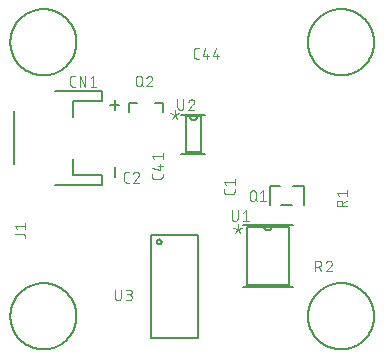
<source format=gbr>
G04 EAGLE Gerber RS-274X export*
G75*
%MOMM*%
%FSLAX34Y34*%
%LPD*%
%INSilkscreen Top*%
%IPPOS*%
%AMOC8*
5,1,8,0,0,1.08239X$1,22.5*%
G01*
%ADD10C,0.200000*%
%ADD11C,0.101600*%
%ADD12C,0.152400*%
%ADD13C,0.076200*%
%ADD14C,0.203200*%
%ADD15C,0.127000*%
%ADD16C,0.177800*%


D10*
X253000Y261000D02*
X253008Y261687D01*
X253034Y262374D01*
X253076Y263060D01*
X253135Y263744D01*
X253211Y264427D01*
X253303Y265108D01*
X253412Y265787D01*
X253538Y266463D01*
X253680Y267135D01*
X253839Y267803D01*
X254014Y268468D01*
X254206Y269128D01*
X254413Y269783D01*
X254637Y270433D01*
X254876Y271077D01*
X255131Y271715D01*
X255402Y272347D01*
X255688Y272972D01*
X255990Y273589D01*
X256306Y274199D01*
X256638Y274801D01*
X256984Y275395D01*
X257344Y275980D01*
X257719Y276556D01*
X258108Y277123D01*
X258510Y277680D01*
X258926Y278226D01*
X259356Y278763D01*
X259798Y279289D01*
X260253Y279804D01*
X260721Y280307D01*
X261201Y280799D01*
X261693Y281279D01*
X262196Y281747D01*
X262711Y282202D01*
X263237Y282644D01*
X263774Y283074D01*
X264320Y283490D01*
X264877Y283892D01*
X265444Y284281D01*
X266020Y284656D01*
X266605Y285016D01*
X267199Y285362D01*
X267801Y285694D01*
X268411Y286010D01*
X269028Y286312D01*
X269653Y286598D01*
X270285Y286869D01*
X270923Y287124D01*
X271567Y287363D01*
X272217Y287587D01*
X272872Y287794D01*
X273532Y287986D01*
X274197Y288161D01*
X274865Y288320D01*
X275537Y288462D01*
X276213Y288588D01*
X276892Y288697D01*
X277573Y288789D01*
X278256Y288865D01*
X278940Y288924D01*
X279626Y288966D01*
X280313Y288992D01*
X281000Y289000D01*
X281687Y288992D01*
X282374Y288966D01*
X283060Y288924D01*
X283744Y288865D01*
X284427Y288789D01*
X285108Y288697D01*
X285787Y288588D01*
X286463Y288462D01*
X287135Y288320D01*
X287803Y288161D01*
X288468Y287986D01*
X289128Y287794D01*
X289783Y287587D01*
X290433Y287363D01*
X291077Y287124D01*
X291715Y286869D01*
X292347Y286598D01*
X292972Y286312D01*
X293589Y286010D01*
X294199Y285694D01*
X294801Y285362D01*
X295395Y285016D01*
X295980Y284656D01*
X296556Y284281D01*
X297123Y283892D01*
X297680Y283490D01*
X298226Y283074D01*
X298763Y282644D01*
X299289Y282202D01*
X299804Y281747D01*
X300307Y281279D01*
X300799Y280799D01*
X301279Y280307D01*
X301747Y279804D01*
X302202Y279289D01*
X302644Y278763D01*
X303074Y278226D01*
X303490Y277680D01*
X303892Y277123D01*
X304281Y276556D01*
X304656Y275980D01*
X305016Y275395D01*
X305362Y274801D01*
X305694Y274199D01*
X306010Y273589D01*
X306312Y272972D01*
X306598Y272347D01*
X306869Y271715D01*
X307124Y271077D01*
X307363Y270433D01*
X307587Y269783D01*
X307794Y269128D01*
X307986Y268468D01*
X308161Y267803D01*
X308320Y267135D01*
X308462Y266463D01*
X308588Y265787D01*
X308697Y265108D01*
X308789Y264427D01*
X308865Y263744D01*
X308924Y263060D01*
X308966Y262374D01*
X308992Y261687D01*
X309000Y261000D01*
X308992Y260313D01*
X308966Y259626D01*
X308924Y258940D01*
X308865Y258256D01*
X308789Y257573D01*
X308697Y256892D01*
X308588Y256213D01*
X308462Y255537D01*
X308320Y254865D01*
X308161Y254197D01*
X307986Y253532D01*
X307794Y252872D01*
X307587Y252217D01*
X307363Y251567D01*
X307124Y250923D01*
X306869Y250285D01*
X306598Y249653D01*
X306312Y249028D01*
X306010Y248411D01*
X305694Y247801D01*
X305362Y247199D01*
X305016Y246605D01*
X304656Y246020D01*
X304281Y245444D01*
X303892Y244877D01*
X303490Y244320D01*
X303074Y243774D01*
X302644Y243237D01*
X302202Y242711D01*
X301747Y242196D01*
X301279Y241693D01*
X300799Y241201D01*
X300307Y240721D01*
X299804Y240253D01*
X299289Y239798D01*
X298763Y239356D01*
X298226Y238926D01*
X297680Y238510D01*
X297123Y238108D01*
X296556Y237719D01*
X295980Y237344D01*
X295395Y236984D01*
X294801Y236638D01*
X294199Y236306D01*
X293589Y235990D01*
X292972Y235688D01*
X292347Y235402D01*
X291715Y235131D01*
X291077Y234876D01*
X290433Y234637D01*
X289783Y234413D01*
X289128Y234206D01*
X288468Y234014D01*
X287803Y233839D01*
X287135Y233680D01*
X286463Y233538D01*
X285787Y233412D01*
X285108Y233303D01*
X284427Y233211D01*
X283744Y233135D01*
X283060Y233076D01*
X282374Y233034D01*
X281687Y233008D01*
X281000Y233000D01*
X280313Y233008D01*
X279626Y233034D01*
X278940Y233076D01*
X278256Y233135D01*
X277573Y233211D01*
X276892Y233303D01*
X276213Y233412D01*
X275537Y233538D01*
X274865Y233680D01*
X274197Y233839D01*
X273532Y234014D01*
X272872Y234206D01*
X272217Y234413D01*
X271567Y234637D01*
X270923Y234876D01*
X270285Y235131D01*
X269653Y235402D01*
X269028Y235688D01*
X268411Y235990D01*
X267801Y236306D01*
X267199Y236638D01*
X266605Y236984D01*
X266020Y237344D01*
X265444Y237719D01*
X264877Y238108D01*
X264320Y238510D01*
X263774Y238926D01*
X263237Y239356D01*
X262711Y239798D01*
X262196Y240253D01*
X261693Y240721D01*
X261201Y241201D01*
X260721Y241693D01*
X260253Y242196D01*
X259798Y242711D01*
X259356Y243237D01*
X258926Y243774D01*
X258510Y244320D01*
X258108Y244877D01*
X257719Y245444D01*
X257344Y246020D01*
X256984Y246605D01*
X256638Y247199D01*
X256306Y247801D01*
X255990Y248411D01*
X255688Y249028D01*
X255402Y249653D01*
X255131Y250285D01*
X254876Y250923D01*
X254637Y251567D01*
X254413Y252217D01*
X254206Y252872D01*
X254014Y253532D01*
X253839Y254197D01*
X253680Y254865D01*
X253538Y255537D01*
X253412Y256213D01*
X253303Y256892D01*
X253211Y257573D01*
X253135Y258256D01*
X253076Y258940D01*
X253034Y259626D01*
X253008Y260313D01*
X253000Y261000D01*
X253000Y29000D02*
X253008Y29687D01*
X253034Y30374D01*
X253076Y31060D01*
X253135Y31744D01*
X253211Y32427D01*
X253303Y33108D01*
X253412Y33787D01*
X253538Y34463D01*
X253680Y35135D01*
X253839Y35803D01*
X254014Y36468D01*
X254206Y37128D01*
X254413Y37783D01*
X254637Y38433D01*
X254876Y39077D01*
X255131Y39715D01*
X255402Y40347D01*
X255688Y40972D01*
X255990Y41589D01*
X256306Y42199D01*
X256638Y42801D01*
X256984Y43395D01*
X257344Y43980D01*
X257719Y44556D01*
X258108Y45123D01*
X258510Y45680D01*
X258926Y46226D01*
X259356Y46763D01*
X259798Y47289D01*
X260253Y47804D01*
X260721Y48307D01*
X261201Y48799D01*
X261693Y49279D01*
X262196Y49747D01*
X262711Y50202D01*
X263237Y50644D01*
X263774Y51074D01*
X264320Y51490D01*
X264877Y51892D01*
X265444Y52281D01*
X266020Y52656D01*
X266605Y53016D01*
X267199Y53362D01*
X267801Y53694D01*
X268411Y54010D01*
X269028Y54312D01*
X269653Y54598D01*
X270285Y54869D01*
X270923Y55124D01*
X271567Y55363D01*
X272217Y55587D01*
X272872Y55794D01*
X273532Y55986D01*
X274197Y56161D01*
X274865Y56320D01*
X275537Y56462D01*
X276213Y56588D01*
X276892Y56697D01*
X277573Y56789D01*
X278256Y56865D01*
X278940Y56924D01*
X279626Y56966D01*
X280313Y56992D01*
X281000Y57000D01*
X281687Y56992D01*
X282374Y56966D01*
X283060Y56924D01*
X283744Y56865D01*
X284427Y56789D01*
X285108Y56697D01*
X285787Y56588D01*
X286463Y56462D01*
X287135Y56320D01*
X287803Y56161D01*
X288468Y55986D01*
X289128Y55794D01*
X289783Y55587D01*
X290433Y55363D01*
X291077Y55124D01*
X291715Y54869D01*
X292347Y54598D01*
X292972Y54312D01*
X293589Y54010D01*
X294199Y53694D01*
X294801Y53362D01*
X295395Y53016D01*
X295980Y52656D01*
X296556Y52281D01*
X297123Y51892D01*
X297680Y51490D01*
X298226Y51074D01*
X298763Y50644D01*
X299289Y50202D01*
X299804Y49747D01*
X300307Y49279D01*
X300799Y48799D01*
X301279Y48307D01*
X301747Y47804D01*
X302202Y47289D01*
X302644Y46763D01*
X303074Y46226D01*
X303490Y45680D01*
X303892Y45123D01*
X304281Y44556D01*
X304656Y43980D01*
X305016Y43395D01*
X305362Y42801D01*
X305694Y42199D01*
X306010Y41589D01*
X306312Y40972D01*
X306598Y40347D01*
X306869Y39715D01*
X307124Y39077D01*
X307363Y38433D01*
X307587Y37783D01*
X307794Y37128D01*
X307986Y36468D01*
X308161Y35803D01*
X308320Y35135D01*
X308462Y34463D01*
X308588Y33787D01*
X308697Y33108D01*
X308789Y32427D01*
X308865Y31744D01*
X308924Y31060D01*
X308966Y30374D01*
X308992Y29687D01*
X309000Y29000D01*
X308992Y28313D01*
X308966Y27626D01*
X308924Y26940D01*
X308865Y26256D01*
X308789Y25573D01*
X308697Y24892D01*
X308588Y24213D01*
X308462Y23537D01*
X308320Y22865D01*
X308161Y22197D01*
X307986Y21532D01*
X307794Y20872D01*
X307587Y20217D01*
X307363Y19567D01*
X307124Y18923D01*
X306869Y18285D01*
X306598Y17653D01*
X306312Y17028D01*
X306010Y16411D01*
X305694Y15801D01*
X305362Y15199D01*
X305016Y14605D01*
X304656Y14020D01*
X304281Y13444D01*
X303892Y12877D01*
X303490Y12320D01*
X303074Y11774D01*
X302644Y11237D01*
X302202Y10711D01*
X301747Y10196D01*
X301279Y9693D01*
X300799Y9201D01*
X300307Y8721D01*
X299804Y8253D01*
X299289Y7798D01*
X298763Y7356D01*
X298226Y6926D01*
X297680Y6510D01*
X297123Y6108D01*
X296556Y5719D01*
X295980Y5344D01*
X295395Y4984D01*
X294801Y4638D01*
X294199Y4306D01*
X293589Y3990D01*
X292972Y3688D01*
X292347Y3402D01*
X291715Y3131D01*
X291077Y2876D01*
X290433Y2637D01*
X289783Y2413D01*
X289128Y2206D01*
X288468Y2014D01*
X287803Y1839D01*
X287135Y1680D01*
X286463Y1538D01*
X285787Y1412D01*
X285108Y1303D01*
X284427Y1211D01*
X283744Y1135D01*
X283060Y1076D01*
X282374Y1034D01*
X281687Y1008D01*
X281000Y1000D01*
X280313Y1008D01*
X279626Y1034D01*
X278940Y1076D01*
X278256Y1135D01*
X277573Y1211D01*
X276892Y1303D01*
X276213Y1412D01*
X275537Y1538D01*
X274865Y1680D01*
X274197Y1839D01*
X273532Y2014D01*
X272872Y2206D01*
X272217Y2413D01*
X271567Y2637D01*
X270923Y2876D01*
X270285Y3131D01*
X269653Y3402D01*
X269028Y3688D01*
X268411Y3990D01*
X267801Y4306D01*
X267199Y4638D01*
X266605Y4984D01*
X266020Y5344D01*
X265444Y5719D01*
X264877Y6108D01*
X264320Y6510D01*
X263774Y6926D01*
X263237Y7356D01*
X262711Y7798D01*
X262196Y8253D01*
X261693Y8721D01*
X261201Y9201D01*
X260721Y9693D01*
X260253Y10196D01*
X259798Y10711D01*
X259356Y11237D01*
X258926Y11774D01*
X258510Y12320D01*
X258108Y12877D01*
X257719Y13444D01*
X257344Y14020D01*
X256984Y14605D01*
X256638Y15199D01*
X256306Y15801D01*
X255990Y16411D01*
X255688Y17028D01*
X255402Y17653D01*
X255131Y18285D01*
X254876Y18923D01*
X254637Y19567D01*
X254413Y20217D01*
X254206Y20872D01*
X254014Y21532D01*
X253839Y22197D01*
X253680Y22865D01*
X253538Y23537D01*
X253412Y24213D01*
X253303Y24892D01*
X253211Y25573D01*
X253135Y26256D01*
X253076Y26940D01*
X253034Y27626D01*
X253008Y28313D01*
X253000Y29000D01*
X1000Y261000D02*
X1008Y261687D01*
X1034Y262374D01*
X1076Y263060D01*
X1135Y263744D01*
X1211Y264427D01*
X1303Y265108D01*
X1412Y265787D01*
X1538Y266463D01*
X1680Y267135D01*
X1839Y267803D01*
X2014Y268468D01*
X2206Y269128D01*
X2413Y269783D01*
X2637Y270433D01*
X2876Y271077D01*
X3131Y271715D01*
X3402Y272347D01*
X3688Y272972D01*
X3990Y273589D01*
X4306Y274199D01*
X4638Y274801D01*
X4984Y275395D01*
X5344Y275980D01*
X5719Y276556D01*
X6108Y277123D01*
X6510Y277680D01*
X6926Y278226D01*
X7356Y278763D01*
X7798Y279289D01*
X8253Y279804D01*
X8721Y280307D01*
X9201Y280799D01*
X9693Y281279D01*
X10196Y281747D01*
X10711Y282202D01*
X11237Y282644D01*
X11774Y283074D01*
X12320Y283490D01*
X12877Y283892D01*
X13444Y284281D01*
X14020Y284656D01*
X14605Y285016D01*
X15199Y285362D01*
X15801Y285694D01*
X16411Y286010D01*
X17028Y286312D01*
X17653Y286598D01*
X18285Y286869D01*
X18923Y287124D01*
X19567Y287363D01*
X20217Y287587D01*
X20872Y287794D01*
X21532Y287986D01*
X22197Y288161D01*
X22865Y288320D01*
X23537Y288462D01*
X24213Y288588D01*
X24892Y288697D01*
X25573Y288789D01*
X26256Y288865D01*
X26940Y288924D01*
X27626Y288966D01*
X28313Y288992D01*
X29000Y289000D01*
X29687Y288992D01*
X30374Y288966D01*
X31060Y288924D01*
X31744Y288865D01*
X32427Y288789D01*
X33108Y288697D01*
X33787Y288588D01*
X34463Y288462D01*
X35135Y288320D01*
X35803Y288161D01*
X36468Y287986D01*
X37128Y287794D01*
X37783Y287587D01*
X38433Y287363D01*
X39077Y287124D01*
X39715Y286869D01*
X40347Y286598D01*
X40972Y286312D01*
X41589Y286010D01*
X42199Y285694D01*
X42801Y285362D01*
X43395Y285016D01*
X43980Y284656D01*
X44556Y284281D01*
X45123Y283892D01*
X45680Y283490D01*
X46226Y283074D01*
X46763Y282644D01*
X47289Y282202D01*
X47804Y281747D01*
X48307Y281279D01*
X48799Y280799D01*
X49279Y280307D01*
X49747Y279804D01*
X50202Y279289D01*
X50644Y278763D01*
X51074Y278226D01*
X51490Y277680D01*
X51892Y277123D01*
X52281Y276556D01*
X52656Y275980D01*
X53016Y275395D01*
X53362Y274801D01*
X53694Y274199D01*
X54010Y273589D01*
X54312Y272972D01*
X54598Y272347D01*
X54869Y271715D01*
X55124Y271077D01*
X55363Y270433D01*
X55587Y269783D01*
X55794Y269128D01*
X55986Y268468D01*
X56161Y267803D01*
X56320Y267135D01*
X56462Y266463D01*
X56588Y265787D01*
X56697Y265108D01*
X56789Y264427D01*
X56865Y263744D01*
X56924Y263060D01*
X56966Y262374D01*
X56992Y261687D01*
X57000Y261000D01*
X56992Y260313D01*
X56966Y259626D01*
X56924Y258940D01*
X56865Y258256D01*
X56789Y257573D01*
X56697Y256892D01*
X56588Y256213D01*
X56462Y255537D01*
X56320Y254865D01*
X56161Y254197D01*
X55986Y253532D01*
X55794Y252872D01*
X55587Y252217D01*
X55363Y251567D01*
X55124Y250923D01*
X54869Y250285D01*
X54598Y249653D01*
X54312Y249028D01*
X54010Y248411D01*
X53694Y247801D01*
X53362Y247199D01*
X53016Y246605D01*
X52656Y246020D01*
X52281Y245444D01*
X51892Y244877D01*
X51490Y244320D01*
X51074Y243774D01*
X50644Y243237D01*
X50202Y242711D01*
X49747Y242196D01*
X49279Y241693D01*
X48799Y241201D01*
X48307Y240721D01*
X47804Y240253D01*
X47289Y239798D01*
X46763Y239356D01*
X46226Y238926D01*
X45680Y238510D01*
X45123Y238108D01*
X44556Y237719D01*
X43980Y237344D01*
X43395Y236984D01*
X42801Y236638D01*
X42199Y236306D01*
X41589Y235990D01*
X40972Y235688D01*
X40347Y235402D01*
X39715Y235131D01*
X39077Y234876D01*
X38433Y234637D01*
X37783Y234413D01*
X37128Y234206D01*
X36468Y234014D01*
X35803Y233839D01*
X35135Y233680D01*
X34463Y233538D01*
X33787Y233412D01*
X33108Y233303D01*
X32427Y233211D01*
X31744Y233135D01*
X31060Y233076D01*
X30374Y233034D01*
X29687Y233008D01*
X29000Y233000D01*
X28313Y233008D01*
X27626Y233034D01*
X26940Y233076D01*
X26256Y233135D01*
X25573Y233211D01*
X24892Y233303D01*
X24213Y233412D01*
X23537Y233538D01*
X22865Y233680D01*
X22197Y233839D01*
X21532Y234014D01*
X20872Y234206D01*
X20217Y234413D01*
X19567Y234637D01*
X18923Y234876D01*
X18285Y235131D01*
X17653Y235402D01*
X17028Y235688D01*
X16411Y235990D01*
X15801Y236306D01*
X15199Y236638D01*
X14605Y236984D01*
X14020Y237344D01*
X13444Y237719D01*
X12877Y238108D01*
X12320Y238510D01*
X11774Y238926D01*
X11237Y239356D01*
X10711Y239798D01*
X10196Y240253D01*
X9693Y240721D01*
X9201Y241201D01*
X8721Y241693D01*
X8253Y242196D01*
X7798Y242711D01*
X7356Y243237D01*
X6926Y243774D01*
X6510Y244320D01*
X6108Y244877D01*
X5719Y245444D01*
X5344Y246020D01*
X4984Y246605D01*
X4638Y247199D01*
X4306Y247801D01*
X3990Y248411D01*
X3688Y249028D01*
X3402Y249653D01*
X3131Y250285D01*
X2876Y250923D01*
X2637Y251567D01*
X2413Y252217D01*
X2206Y252872D01*
X2014Y253532D01*
X1839Y254197D01*
X1680Y254865D01*
X1538Y255537D01*
X1412Y256213D01*
X1303Y256892D01*
X1211Y257573D01*
X1135Y258256D01*
X1076Y258940D01*
X1034Y259626D01*
X1008Y260313D01*
X1000Y261000D01*
X1000Y29000D02*
X1008Y29687D01*
X1034Y30374D01*
X1076Y31060D01*
X1135Y31744D01*
X1211Y32427D01*
X1303Y33108D01*
X1412Y33787D01*
X1538Y34463D01*
X1680Y35135D01*
X1839Y35803D01*
X2014Y36468D01*
X2206Y37128D01*
X2413Y37783D01*
X2637Y38433D01*
X2876Y39077D01*
X3131Y39715D01*
X3402Y40347D01*
X3688Y40972D01*
X3990Y41589D01*
X4306Y42199D01*
X4638Y42801D01*
X4984Y43395D01*
X5344Y43980D01*
X5719Y44556D01*
X6108Y45123D01*
X6510Y45680D01*
X6926Y46226D01*
X7356Y46763D01*
X7798Y47289D01*
X8253Y47804D01*
X8721Y48307D01*
X9201Y48799D01*
X9693Y49279D01*
X10196Y49747D01*
X10711Y50202D01*
X11237Y50644D01*
X11774Y51074D01*
X12320Y51490D01*
X12877Y51892D01*
X13444Y52281D01*
X14020Y52656D01*
X14605Y53016D01*
X15199Y53362D01*
X15801Y53694D01*
X16411Y54010D01*
X17028Y54312D01*
X17653Y54598D01*
X18285Y54869D01*
X18923Y55124D01*
X19567Y55363D01*
X20217Y55587D01*
X20872Y55794D01*
X21532Y55986D01*
X22197Y56161D01*
X22865Y56320D01*
X23537Y56462D01*
X24213Y56588D01*
X24892Y56697D01*
X25573Y56789D01*
X26256Y56865D01*
X26940Y56924D01*
X27626Y56966D01*
X28313Y56992D01*
X29000Y57000D01*
X29687Y56992D01*
X30374Y56966D01*
X31060Y56924D01*
X31744Y56865D01*
X32427Y56789D01*
X33108Y56697D01*
X33787Y56588D01*
X34463Y56462D01*
X35135Y56320D01*
X35803Y56161D01*
X36468Y55986D01*
X37128Y55794D01*
X37783Y55587D01*
X38433Y55363D01*
X39077Y55124D01*
X39715Y54869D01*
X40347Y54598D01*
X40972Y54312D01*
X41589Y54010D01*
X42199Y53694D01*
X42801Y53362D01*
X43395Y53016D01*
X43980Y52656D01*
X44556Y52281D01*
X45123Y51892D01*
X45680Y51490D01*
X46226Y51074D01*
X46763Y50644D01*
X47289Y50202D01*
X47804Y49747D01*
X48307Y49279D01*
X48799Y48799D01*
X49279Y48307D01*
X49747Y47804D01*
X50202Y47289D01*
X50644Y46763D01*
X51074Y46226D01*
X51490Y45680D01*
X51892Y45123D01*
X52281Y44556D01*
X52656Y43980D01*
X53016Y43395D01*
X53362Y42801D01*
X53694Y42199D01*
X54010Y41589D01*
X54312Y40972D01*
X54598Y40347D01*
X54869Y39715D01*
X55124Y39077D01*
X55363Y38433D01*
X55587Y37783D01*
X55794Y37128D01*
X55986Y36468D01*
X56161Y35803D01*
X56320Y35135D01*
X56462Y34463D01*
X56588Y33787D01*
X56697Y33108D01*
X56789Y32427D01*
X56865Y31744D01*
X56924Y31060D01*
X56966Y30374D01*
X56992Y29687D01*
X57000Y29000D01*
X56992Y28313D01*
X56966Y27626D01*
X56924Y26940D01*
X56865Y26256D01*
X56789Y25573D01*
X56697Y24892D01*
X56588Y24213D01*
X56462Y23537D01*
X56320Y22865D01*
X56161Y22197D01*
X55986Y21532D01*
X55794Y20872D01*
X55587Y20217D01*
X55363Y19567D01*
X55124Y18923D01*
X54869Y18285D01*
X54598Y17653D01*
X54312Y17028D01*
X54010Y16411D01*
X53694Y15801D01*
X53362Y15199D01*
X53016Y14605D01*
X52656Y14020D01*
X52281Y13444D01*
X51892Y12877D01*
X51490Y12320D01*
X51074Y11774D01*
X50644Y11237D01*
X50202Y10711D01*
X49747Y10196D01*
X49279Y9693D01*
X48799Y9201D01*
X48307Y8721D01*
X47804Y8253D01*
X47289Y7798D01*
X46763Y7356D01*
X46226Y6926D01*
X45680Y6510D01*
X45123Y6108D01*
X44556Y5719D01*
X43980Y5344D01*
X43395Y4984D01*
X42801Y4638D01*
X42199Y4306D01*
X41589Y3990D01*
X40972Y3688D01*
X40347Y3402D01*
X39715Y3131D01*
X39077Y2876D01*
X38433Y2637D01*
X37783Y2413D01*
X37128Y2206D01*
X36468Y2014D01*
X35803Y1839D01*
X35135Y1680D01*
X34463Y1538D01*
X33787Y1412D01*
X33108Y1303D01*
X32427Y1211D01*
X31744Y1135D01*
X31060Y1076D01*
X30374Y1034D01*
X29687Y1008D01*
X29000Y1000D01*
X28313Y1008D01*
X27626Y1034D01*
X26940Y1076D01*
X26256Y1135D01*
X25573Y1211D01*
X24892Y1303D01*
X24213Y1412D01*
X23537Y1538D01*
X22865Y1680D01*
X22197Y1839D01*
X21532Y2014D01*
X20872Y2206D01*
X20217Y2413D01*
X19567Y2637D01*
X18923Y2876D01*
X18285Y3131D01*
X17653Y3402D01*
X17028Y3688D01*
X16411Y3990D01*
X15801Y4306D01*
X15199Y4638D01*
X14605Y4984D01*
X14020Y5344D01*
X13444Y5719D01*
X12877Y6108D01*
X12320Y6510D01*
X11774Y6926D01*
X11237Y7356D01*
X10711Y7798D01*
X10196Y8253D01*
X9693Y8721D01*
X9201Y9201D01*
X8721Y9693D01*
X8253Y10196D01*
X7798Y10711D01*
X7356Y11237D01*
X6926Y11774D01*
X6510Y12320D01*
X6108Y12877D01*
X5719Y13444D01*
X5344Y14020D01*
X4984Y14605D01*
X4638Y15199D01*
X4306Y15801D01*
X3990Y16411D01*
X3688Y17028D01*
X3402Y17653D01*
X3131Y18285D01*
X2876Y18923D01*
X2637Y19567D01*
X2413Y20217D01*
X2206Y20872D01*
X2014Y21532D01*
X1839Y22197D01*
X1680Y22865D01*
X1538Y23537D01*
X1412Y24213D01*
X1303Y24892D01*
X1211Y25573D01*
X1135Y26256D01*
X1076Y26940D01*
X1034Y27626D01*
X1008Y28313D01*
X1000Y29000D01*
X249500Y123000D02*
X249500Y139000D01*
X220500Y139000D02*
X220500Y123000D01*
X220500Y139000D02*
X229500Y139000D01*
X230500Y123000D02*
X239500Y123000D01*
X240500Y139000D02*
X249500Y139000D01*
D11*
X203797Y132996D02*
X203797Y129004D01*
X203797Y132996D02*
X203799Y133095D01*
X203805Y133194D01*
X203815Y133293D01*
X203829Y133391D01*
X203846Y133489D01*
X203868Y133586D01*
X203893Y133682D01*
X203922Y133777D01*
X203955Y133870D01*
X203992Y133963D01*
X204032Y134053D01*
X204076Y134142D01*
X204123Y134230D01*
X204174Y134315D01*
X204228Y134398D01*
X204285Y134479D01*
X204346Y134558D01*
X204410Y134634D01*
X204476Y134708D01*
X204546Y134778D01*
X204618Y134846D01*
X204693Y134912D01*
X204770Y134974D01*
X204850Y135033D01*
X204932Y135088D01*
X205016Y135141D01*
X205103Y135190D01*
X205191Y135236D01*
X205281Y135278D01*
X205372Y135316D01*
X205465Y135351D01*
X205560Y135382D01*
X205655Y135409D01*
X205751Y135433D01*
X205849Y135452D01*
X205947Y135468D01*
X206045Y135480D01*
X206144Y135488D01*
X206243Y135492D01*
X206343Y135492D01*
X206442Y135488D01*
X206541Y135480D01*
X206639Y135468D01*
X206737Y135452D01*
X206835Y135433D01*
X206931Y135409D01*
X207026Y135382D01*
X207121Y135351D01*
X207214Y135316D01*
X207305Y135278D01*
X207395Y135236D01*
X207483Y135190D01*
X207570Y135141D01*
X207654Y135088D01*
X207736Y135033D01*
X207816Y134974D01*
X207893Y134912D01*
X207968Y134846D01*
X208040Y134778D01*
X208110Y134708D01*
X208176Y134634D01*
X208240Y134558D01*
X208301Y134479D01*
X208358Y134398D01*
X208412Y134315D01*
X208463Y134230D01*
X208510Y134142D01*
X208554Y134053D01*
X208594Y133963D01*
X208631Y133870D01*
X208664Y133777D01*
X208693Y133682D01*
X208718Y133586D01*
X208740Y133489D01*
X208757Y133391D01*
X208771Y133293D01*
X208781Y133194D01*
X208787Y133095D01*
X208789Y132996D01*
X208788Y132996D02*
X208788Y129004D01*
X208789Y129004D02*
X208787Y128905D01*
X208781Y128806D01*
X208771Y128707D01*
X208757Y128609D01*
X208740Y128511D01*
X208718Y128414D01*
X208693Y128318D01*
X208664Y128223D01*
X208631Y128130D01*
X208594Y128037D01*
X208554Y127947D01*
X208510Y127858D01*
X208463Y127770D01*
X208412Y127685D01*
X208358Y127602D01*
X208301Y127521D01*
X208240Y127442D01*
X208176Y127366D01*
X208110Y127292D01*
X208040Y127222D01*
X207968Y127154D01*
X207893Y127088D01*
X207816Y127026D01*
X207736Y126967D01*
X207654Y126912D01*
X207570Y126859D01*
X207483Y126810D01*
X207395Y126764D01*
X207305Y126722D01*
X207214Y126684D01*
X207121Y126649D01*
X207026Y126618D01*
X206931Y126591D01*
X206835Y126567D01*
X206737Y126548D01*
X206639Y126532D01*
X206541Y126520D01*
X206442Y126512D01*
X206343Y126508D01*
X206243Y126508D01*
X206144Y126512D01*
X206045Y126520D01*
X205947Y126532D01*
X205849Y126548D01*
X205751Y126567D01*
X205655Y126591D01*
X205560Y126618D01*
X205465Y126649D01*
X205372Y126684D01*
X205281Y126722D01*
X205191Y126764D01*
X205103Y126810D01*
X205016Y126859D01*
X204932Y126912D01*
X204850Y126967D01*
X204770Y127026D01*
X204693Y127088D01*
X204618Y127154D01*
X204546Y127222D01*
X204476Y127292D01*
X204410Y127366D01*
X204346Y127442D01*
X204285Y127521D01*
X204228Y127602D01*
X204174Y127685D01*
X204123Y127770D01*
X204076Y127858D01*
X204032Y127947D01*
X203992Y128037D01*
X203955Y128130D01*
X203922Y128223D01*
X203893Y128318D01*
X203868Y128414D01*
X203846Y128511D01*
X203829Y128609D01*
X203815Y128707D01*
X203805Y128806D01*
X203799Y128905D01*
X203797Y129004D01*
X207790Y128504D02*
X209786Y126508D01*
X212501Y133496D02*
X214996Y135492D01*
X214996Y126508D01*
X212501Y126508D02*
X217492Y126508D01*
D12*
X201188Y55108D02*
X236812Y55108D01*
X236812Y104892D01*
X215952Y104892D01*
X201188Y104892D01*
X201188Y55108D01*
X215952Y104892D02*
X215958Y104783D01*
X215968Y104675D01*
X215983Y104567D01*
X216001Y104459D01*
X216023Y104353D01*
X216048Y104247D01*
X216078Y104142D01*
X216111Y104038D01*
X216148Y103936D01*
X216188Y103835D01*
X216232Y103735D01*
X216280Y103637D01*
X216331Y103541D01*
X216385Y103447D01*
X216443Y103354D01*
X216504Y103264D01*
X216568Y103176D01*
X216636Y103091D01*
X216706Y103007D01*
X216779Y102927D01*
X216855Y102849D01*
X216934Y102774D01*
X217016Y102701D01*
X217100Y102632D01*
X217186Y102566D01*
X217275Y102503D01*
X217366Y102443D01*
X217459Y102386D01*
X217554Y102333D01*
X217651Y102283D01*
X217749Y102236D01*
X217849Y102193D01*
X217951Y102154D01*
X218054Y102118D01*
X218158Y102087D01*
X218263Y102058D01*
X218369Y102034D01*
X218476Y102013D01*
X218584Y101997D01*
X218692Y101984D01*
X218800Y101975D01*
X218909Y101969D01*
X219018Y101968D01*
X219127Y101971D01*
X219236Y101977D01*
X219344Y101987D01*
X219452Y102002D01*
X219560Y102020D01*
X219666Y102042D01*
X219772Y102067D01*
X219877Y102097D01*
X219981Y102130D01*
X220083Y102167D01*
X220184Y102207D01*
X220284Y102251D01*
X220382Y102299D01*
X220478Y102350D01*
X220572Y102404D01*
X220665Y102462D01*
X220755Y102523D01*
X220843Y102587D01*
X220928Y102655D01*
X221012Y102725D01*
X221092Y102798D01*
X221170Y102874D01*
X221245Y102953D01*
X221318Y103035D01*
X221387Y103119D01*
X221453Y103205D01*
X221516Y103294D01*
X221576Y103385D01*
X221633Y103478D01*
X221686Y103573D01*
X221736Y103670D01*
X221783Y103768D01*
X221826Y103868D01*
X221865Y103970D01*
X221901Y104073D01*
X221932Y104177D01*
X221961Y104282D01*
X221985Y104388D01*
X222006Y104495D01*
X222022Y104603D01*
X222035Y104711D01*
X222044Y104819D01*
X222050Y104928D01*
X222051Y105037D01*
X222048Y105146D01*
X240336Y53584D02*
X197664Y53584D01*
X197664Y106416D02*
X240336Y106416D01*
D13*
X193469Y106671D02*
X193469Y102692D01*
X195790Y99707D01*
X193469Y102692D02*
X191147Y99707D01*
X193469Y102692D02*
X197116Y104018D01*
X193469Y102692D02*
X189821Y104018D01*
D11*
X188508Y112004D02*
X188508Y118492D01*
X188508Y112004D02*
X188510Y111905D01*
X188516Y111806D01*
X188526Y111707D01*
X188540Y111609D01*
X188557Y111511D01*
X188579Y111414D01*
X188604Y111318D01*
X188633Y111223D01*
X188666Y111130D01*
X188703Y111037D01*
X188743Y110947D01*
X188787Y110858D01*
X188834Y110770D01*
X188885Y110685D01*
X188939Y110602D01*
X188996Y110521D01*
X189057Y110442D01*
X189121Y110366D01*
X189187Y110292D01*
X189257Y110222D01*
X189329Y110154D01*
X189404Y110088D01*
X189481Y110026D01*
X189561Y109967D01*
X189643Y109912D01*
X189727Y109859D01*
X189814Y109810D01*
X189902Y109764D01*
X189992Y109722D01*
X190083Y109684D01*
X190176Y109649D01*
X190271Y109618D01*
X190366Y109591D01*
X190462Y109567D01*
X190560Y109548D01*
X190658Y109532D01*
X190756Y109520D01*
X190855Y109512D01*
X190954Y109508D01*
X191054Y109508D01*
X191153Y109512D01*
X191252Y109520D01*
X191350Y109532D01*
X191448Y109548D01*
X191546Y109567D01*
X191642Y109591D01*
X191737Y109618D01*
X191832Y109649D01*
X191925Y109684D01*
X192016Y109722D01*
X192106Y109764D01*
X192194Y109810D01*
X192281Y109859D01*
X192365Y109912D01*
X192447Y109967D01*
X192527Y110026D01*
X192604Y110088D01*
X192679Y110154D01*
X192751Y110222D01*
X192821Y110292D01*
X192887Y110366D01*
X192951Y110442D01*
X193012Y110521D01*
X193069Y110602D01*
X193123Y110685D01*
X193174Y110770D01*
X193221Y110858D01*
X193265Y110947D01*
X193305Y111037D01*
X193342Y111130D01*
X193375Y111223D01*
X193404Y111318D01*
X193429Y111414D01*
X193451Y111511D01*
X193468Y111609D01*
X193482Y111707D01*
X193492Y111806D01*
X193498Y111905D01*
X193500Y112004D01*
X193499Y112004D02*
X193499Y118492D01*
X197808Y116496D02*
X200304Y118492D01*
X200304Y109508D01*
X202799Y109508D02*
X197808Y109508D01*
X259158Y75842D02*
X259158Y66858D01*
X259158Y75842D02*
X261654Y75842D01*
X261753Y75840D01*
X261852Y75834D01*
X261951Y75824D01*
X262049Y75810D01*
X262147Y75793D01*
X262244Y75771D01*
X262340Y75746D01*
X262435Y75717D01*
X262528Y75684D01*
X262621Y75647D01*
X262711Y75607D01*
X262800Y75563D01*
X262888Y75516D01*
X262973Y75465D01*
X263056Y75411D01*
X263137Y75354D01*
X263216Y75293D01*
X263292Y75229D01*
X263366Y75163D01*
X263436Y75093D01*
X263504Y75021D01*
X263570Y74946D01*
X263632Y74869D01*
X263691Y74789D01*
X263746Y74707D01*
X263799Y74623D01*
X263848Y74536D01*
X263894Y74448D01*
X263936Y74358D01*
X263974Y74267D01*
X264009Y74174D01*
X264040Y74079D01*
X264067Y73984D01*
X264091Y73888D01*
X264110Y73790D01*
X264126Y73692D01*
X264138Y73594D01*
X264146Y73495D01*
X264150Y73396D01*
X264150Y73296D01*
X264146Y73197D01*
X264138Y73098D01*
X264126Y73000D01*
X264110Y72902D01*
X264091Y72804D01*
X264067Y72708D01*
X264040Y72613D01*
X264009Y72518D01*
X263974Y72425D01*
X263936Y72334D01*
X263894Y72244D01*
X263848Y72156D01*
X263799Y72069D01*
X263746Y71985D01*
X263691Y71903D01*
X263632Y71823D01*
X263570Y71746D01*
X263504Y71671D01*
X263436Y71599D01*
X263366Y71529D01*
X263292Y71463D01*
X263216Y71399D01*
X263137Y71338D01*
X263056Y71281D01*
X262973Y71227D01*
X262888Y71176D01*
X262800Y71129D01*
X262711Y71085D01*
X262621Y71045D01*
X262528Y71008D01*
X262435Y70975D01*
X262340Y70946D01*
X262244Y70921D01*
X262147Y70899D01*
X262049Y70882D01*
X261951Y70868D01*
X261852Y70858D01*
X261753Y70852D01*
X261654Y70850D01*
X261654Y70851D02*
X259158Y70851D01*
X262153Y70851D02*
X264149Y66858D01*
X273083Y73596D02*
X273081Y73689D01*
X273075Y73781D01*
X273066Y73874D01*
X273052Y73966D01*
X273035Y74057D01*
X273014Y74147D01*
X272990Y74237D01*
X272961Y74325D01*
X272929Y74412D01*
X272894Y74498D01*
X272855Y74582D01*
X272812Y74665D01*
X272766Y74746D01*
X272717Y74824D01*
X272665Y74901D01*
X272609Y74976D01*
X272551Y75048D01*
X272489Y75117D01*
X272425Y75184D01*
X272358Y75248D01*
X272289Y75310D01*
X272217Y75368D01*
X272142Y75424D01*
X272065Y75476D01*
X271987Y75525D01*
X271906Y75571D01*
X271823Y75614D01*
X271739Y75653D01*
X271653Y75688D01*
X271566Y75720D01*
X271478Y75749D01*
X271388Y75773D01*
X271298Y75794D01*
X271207Y75811D01*
X271115Y75825D01*
X271022Y75834D01*
X270930Y75840D01*
X270837Y75842D01*
X270837Y75843D02*
X270730Y75841D01*
X270624Y75835D01*
X270517Y75825D01*
X270412Y75811D01*
X270306Y75794D01*
X270202Y75772D01*
X270098Y75747D01*
X269995Y75718D01*
X269894Y75685D01*
X269794Y75648D01*
X269695Y75607D01*
X269598Y75563D01*
X269502Y75516D01*
X269408Y75465D01*
X269317Y75410D01*
X269227Y75352D01*
X269140Y75291D01*
X269054Y75227D01*
X268972Y75159D01*
X268892Y75089D01*
X268814Y75015D01*
X268739Y74939D01*
X268667Y74860D01*
X268599Y74779D01*
X268533Y74695D01*
X268470Y74608D01*
X268411Y74520D01*
X268354Y74429D01*
X268302Y74336D01*
X268252Y74241D01*
X268207Y74145D01*
X268165Y74047D01*
X268126Y73947D01*
X268091Y73846D01*
X272335Y71849D02*
X272405Y71918D01*
X272471Y71989D01*
X272535Y72063D01*
X272595Y72140D01*
X272653Y72219D01*
X272707Y72300D01*
X272757Y72384D01*
X272805Y72469D01*
X272849Y72557D01*
X272889Y72646D01*
X272926Y72736D01*
X272959Y72828D01*
X272988Y72921D01*
X273013Y73016D01*
X273035Y73111D01*
X273052Y73207D01*
X273066Y73304D01*
X273076Y73401D01*
X273082Y73498D01*
X273084Y73596D01*
X272335Y71849D02*
X268092Y66858D01*
X273083Y66858D01*
D10*
X160000Y97550D02*
X120000Y97550D01*
X160000Y97550D02*
X160000Y10450D01*
X120000Y10450D01*
X120000Y97550D01*
X125000Y92000D02*
X125002Y92089D01*
X125008Y92178D01*
X125018Y92267D01*
X125032Y92355D01*
X125049Y92442D01*
X125071Y92528D01*
X125097Y92614D01*
X125126Y92698D01*
X125159Y92781D01*
X125195Y92862D01*
X125236Y92942D01*
X125279Y93019D01*
X125326Y93095D01*
X125377Y93168D01*
X125430Y93239D01*
X125487Y93308D01*
X125547Y93374D01*
X125610Y93438D01*
X125675Y93498D01*
X125743Y93556D01*
X125814Y93610D01*
X125887Y93661D01*
X125962Y93709D01*
X126039Y93754D01*
X126118Y93795D01*
X126199Y93832D01*
X126281Y93866D01*
X126365Y93897D01*
X126450Y93923D01*
X126536Y93946D01*
X126623Y93964D01*
X126711Y93979D01*
X126800Y93990D01*
X126889Y93997D01*
X126978Y94000D01*
X127067Y93999D01*
X127156Y93994D01*
X127244Y93985D01*
X127333Y93972D01*
X127420Y93955D01*
X127507Y93935D01*
X127593Y93910D01*
X127677Y93882D01*
X127760Y93850D01*
X127842Y93814D01*
X127922Y93775D01*
X128000Y93732D01*
X128076Y93686D01*
X128150Y93636D01*
X128222Y93583D01*
X128291Y93527D01*
X128358Y93468D01*
X128422Y93406D01*
X128483Y93342D01*
X128542Y93274D01*
X128597Y93204D01*
X128649Y93132D01*
X128698Y93057D01*
X128743Y92981D01*
X128785Y92902D01*
X128823Y92822D01*
X128858Y92740D01*
X128889Y92656D01*
X128917Y92571D01*
X128940Y92485D01*
X128960Y92398D01*
X128976Y92311D01*
X128988Y92222D01*
X128996Y92134D01*
X129000Y92045D01*
X129000Y91955D01*
X128996Y91866D01*
X128988Y91778D01*
X128976Y91689D01*
X128960Y91602D01*
X128940Y91515D01*
X128917Y91429D01*
X128889Y91344D01*
X128858Y91260D01*
X128823Y91178D01*
X128785Y91098D01*
X128743Y91019D01*
X128698Y90943D01*
X128649Y90868D01*
X128597Y90796D01*
X128542Y90726D01*
X128483Y90658D01*
X128422Y90594D01*
X128358Y90532D01*
X128291Y90473D01*
X128222Y90417D01*
X128150Y90364D01*
X128076Y90314D01*
X128000Y90268D01*
X127922Y90225D01*
X127842Y90186D01*
X127760Y90150D01*
X127677Y90118D01*
X127593Y90090D01*
X127507Y90065D01*
X127420Y90045D01*
X127333Y90028D01*
X127244Y90015D01*
X127156Y90006D01*
X127067Y90001D01*
X126978Y90000D01*
X126889Y90003D01*
X126800Y90010D01*
X126711Y90021D01*
X126623Y90036D01*
X126536Y90054D01*
X126450Y90077D01*
X126365Y90103D01*
X126281Y90134D01*
X126199Y90168D01*
X126118Y90205D01*
X126039Y90246D01*
X125962Y90291D01*
X125887Y90339D01*
X125814Y90390D01*
X125743Y90444D01*
X125675Y90502D01*
X125610Y90562D01*
X125547Y90626D01*
X125487Y90692D01*
X125430Y90761D01*
X125377Y90832D01*
X125326Y90905D01*
X125279Y90981D01*
X125236Y91058D01*
X125195Y91138D01*
X125159Y91219D01*
X125126Y91302D01*
X125097Y91386D01*
X125071Y91472D01*
X125049Y91558D01*
X125032Y91645D01*
X125018Y91733D01*
X125008Y91822D01*
X125002Y91911D01*
X125000Y92000D01*
D11*
X89508Y51492D02*
X89508Y45004D01*
X89510Y44905D01*
X89516Y44806D01*
X89526Y44707D01*
X89540Y44609D01*
X89557Y44511D01*
X89579Y44414D01*
X89604Y44318D01*
X89633Y44223D01*
X89666Y44130D01*
X89703Y44037D01*
X89743Y43947D01*
X89787Y43858D01*
X89834Y43770D01*
X89885Y43685D01*
X89939Y43602D01*
X89996Y43521D01*
X90057Y43442D01*
X90121Y43366D01*
X90187Y43292D01*
X90257Y43222D01*
X90329Y43154D01*
X90404Y43088D01*
X90481Y43026D01*
X90561Y42967D01*
X90643Y42912D01*
X90727Y42859D01*
X90814Y42810D01*
X90902Y42764D01*
X90992Y42722D01*
X91083Y42684D01*
X91176Y42649D01*
X91271Y42618D01*
X91366Y42591D01*
X91462Y42567D01*
X91560Y42548D01*
X91658Y42532D01*
X91756Y42520D01*
X91855Y42512D01*
X91954Y42508D01*
X92054Y42508D01*
X92153Y42512D01*
X92252Y42520D01*
X92350Y42532D01*
X92448Y42548D01*
X92546Y42567D01*
X92642Y42591D01*
X92737Y42618D01*
X92832Y42649D01*
X92925Y42684D01*
X93016Y42722D01*
X93106Y42764D01*
X93194Y42810D01*
X93281Y42859D01*
X93365Y42912D01*
X93447Y42967D01*
X93527Y43026D01*
X93604Y43088D01*
X93679Y43154D01*
X93751Y43222D01*
X93821Y43292D01*
X93887Y43366D01*
X93951Y43442D01*
X94012Y43521D01*
X94069Y43602D01*
X94123Y43685D01*
X94174Y43770D01*
X94221Y43858D01*
X94265Y43947D01*
X94305Y44037D01*
X94342Y44130D01*
X94375Y44223D01*
X94404Y44318D01*
X94429Y44414D01*
X94451Y44511D01*
X94468Y44609D01*
X94482Y44707D01*
X94492Y44806D01*
X94498Y44905D01*
X94500Y45004D01*
X94499Y45004D02*
X94499Y51492D01*
X98808Y42508D02*
X101304Y42508D01*
X101403Y42510D01*
X101502Y42516D01*
X101601Y42526D01*
X101699Y42540D01*
X101797Y42557D01*
X101894Y42579D01*
X101990Y42604D01*
X102085Y42633D01*
X102178Y42666D01*
X102271Y42703D01*
X102361Y42743D01*
X102450Y42787D01*
X102538Y42834D01*
X102623Y42885D01*
X102706Y42939D01*
X102787Y42996D01*
X102866Y43057D01*
X102942Y43121D01*
X103016Y43187D01*
X103086Y43257D01*
X103154Y43329D01*
X103220Y43404D01*
X103282Y43481D01*
X103341Y43561D01*
X103396Y43643D01*
X103449Y43727D01*
X103498Y43814D01*
X103544Y43902D01*
X103586Y43992D01*
X103624Y44083D01*
X103659Y44176D01*
X103690Y44271D01*
X103717Y44366D01*
X103741Y44462D01*
X103760Y44560D01*
X103776Y44658D01*
X103788Y44756D01*
X103796Y44855D01*
X103800Y44954D01*
X103800Y45054D01*
X103796Y45153D01*
X103788Y45252D01*
X103776Y45350D01*
X103760Y45448D01*
X103741Y45546D01*
X103717Y45642D01*
X103690Y45737D01*
X103659Y45832D01*
X103624Y45925D01*
X103586Y46016D01*
X103544Y46106D01*
X103498Y46194D01*
X103449Y46281D01*
X103396Y46365D01*
X103341Y46447D01*
X103282Y46527D01*
X103220Y46604D01*
X103154Y46679D01*
X103086Y46751D01*
X103016Y46821D01*
X102942Y46887D01*
X102866Y46951D01*
X102787Y47012D01*
X102706Y47069D01*
X102623Y47123D01*
X102538Y47174D01*
X102450Y47221D01*
X102361Y47265D01*
X102271Y47305D01*
X102178Y47342D01*
X102085Y47375D01*
X101990Y47404D01*
X101894Y47429D01*
X101797Y47451D01*
X101699Y47468D01*
X101601Y47482D01*
X101502Y47492D01*
X101403Y47498D01*
X101304Y47500D01*
X101803Y51492D02*
X98808Y51492D01*
X101803Y51492D02*
X101891Y51490D01*
X101979Y51484D01*
X102067Y51474D01*
X102154Y51461D01*
X102241Y51443D01*
X102327Y51422D01*
X102411Y51397D01*
X102495Y51368D01*
X102577Y51336D01*
X102658Y51300D01*
X102737Y51260D01*
X102814Y51217D01*
X102889Y51171D01*
X102962Y51121D01*
X103033Y51068D01*
X103101Y51012D01*
X103167Y50953D01*
X103230Y50892D01*
X103290Y50827D01*
X103348Y50760D01*
X103402Y50691D01*
X103453Y50619D01*
X103501Y50545D01*
X103546Y50468D01*
X103587Y50390D01*
X103625Y50311D01*
X103659Y50229D01*
X103690Y50146D01*
X103717Y50062D01*
X103740Y49977D01*
X103760Y49891D01*
X103775Y49804D01*
X103787Y49716D01*
X103795Y49628D01*
X103799Y49540D01*
X103799Y49452D01*
X103795Y49364D01*
X103787Y49276D01*
X103775Y49188D01*
X103760Y49101D01*
X103740Y49015D01*
X103717Y48930D01*
X103690Y48846D01*
X103659Y48763D01*
X103625Y48681D01*
X103587Y48602D01*
X103546Y48524D01*
X103501Y48447D01*
X103453Y48373D01*
X103402Y48301D01*
X103348Y48232D01*
X103290Y48165D01*
X103230Y48100D01*
X103167Y48039D01*
X103101Y47980D01*
X103033Y47924D01*
X102962Y47871D01*
X102889Y47821D01*
X102814Y47775D01*
X102737Y47732D01*
X102658Y47692D01*
X102577Y47656D01*
X102495Y47624D01*
X102411Y47595D01*
X102327Y47570D01*
X102241Y47549D01*
X102154Y47531D01*
X102067Y47518D01*
X101979Y47508D01*
X101891Y47502D01*
X101803Y47500D01*
X101803Y47499D02*
X99806Y47499D01*
D12*
X145840Y166490D02*
X166160Y166490D01*
X166160Y199510D02*
X145840Y199510D01*
D13*
X140185Y199278D02*
X140185Y203257D01*
X140185Y199278D02*
X142506Y196293D01*
X140185Y199278D02*
X137863Y196293D01*
X140185Y199278D02*
X143832Y200604D01*
X140185Y199278D02*
X136537Y200604D01*
D12*
X149904Y167760D02*
X162096Y167760D01*
X162096Y198240D01*
X159048Y198240D01*
X152952Y198240D01*
X149904Y198240D01*
X149904Y167760D01*
X152952Y198240D02*
X152954Y198131D01*
X152960Y198023D01*
X152969Y197914D01*
X152983Y197806D01*
X153000Y197699D01*
X153022Y197592D01*
X153047Y197486D01*
X153075Y197381D01*
X153108Y197277D01*
X153144Y197175D01*
X153184Y197074D01*
X153227Y196974D01*
X153274Y196876D01*
X153325Y196779D01*
X153379Y196685D01*
X153436Y196592D01*
X153496Y196502D01*
X153560Y196413D01*
X153627Y196327D01*
X153696Y196244D01*
X153769Y196163D01*
X153845Y196085D01*
X153923Y196009D01*
X154004Y195936D01*
X154087Y195867D01*
X154173Y195800D01*
X154262Y195736D01*
X154352Y195676D01*
X154445Y195619D01*
X154539Y195565D01*
X154636Y195514D01*
X154734Y195467D01*
X154834Y195424D01*
X154935Y195384D01*
X155037Y195348D01*
X155141Y195315D01*
X155246Y195287D01*
X155352Y195262D01*
X155459Y195240D01*
X155566Y195223D01*
X155674Y195209D01*
X155783Y195200D01*
X155891Y195194D01*
X156000Y195192D01*
X156109Y195194D01*
X156217Y195200D01*
X156326Y195209D01*
X156434Y195223D01*
X156541Y195240D01*
X156648Y195262D01*
X156754Y195287D01*
X156859Y195315D01*
X156963Y195348D01*
X157065Y195384D01*
X157166Y195424D01*
X157266Y195467D01*
X157364Y195514D01*
X157461Y195565D01*
X157555Y195619D01*
X157648Y195676D01*
X157738Y195736D01*
X157827Y195800D01*
X157913Y195867D01*
X157996Y195936D01*
X158077Y196009D01*
X158155Y196085D01*
X158231Y196163D01*
X158304Y196244D01*
X158373Y196327D01*
X158440Y196413D01*
X158504Y196502D01*
X158564Y196592D01*
X158621Y196685D01*
X158675Y196779D01*
X158726Y196876D01*
X158773Y196974D01*
X158816Y197074D01*
X158856Y197175D01*
X158892Y197277D01*
X158925Y197381D01*
X158953Y197486D01*
X158978Y197592D01*
X159000Y197699D01*
X159017Y197806D01*
X159031Y197914D01*
X159040Y198023D01*
X159046Y198131D01*
X159048Y198240D01*
D11*
X142508Y206004D02*
X142508Y212492D01*
X142508Y206004D02*
X142510Y205905D01*
X142516Y205806D01*
X142526Y205707D01*
X142540Y205609D01*
X142557Y205511D01*
X142579Y205414D01*
X142604Y205318D01*
X142633Y205223D01*
X142666Y205130D01*
X142703Y205037D01*
X142743Y204947D01*
X142787Y204858D01*
X142834Y204770D01*
X142885Y204685D01*
X142939Y204602D01*
X142996Y204521D01*
X143057Y204442D01*
X143121Y204366D01*
X143187Y204292D01*
X143257Y204222D01*
X143329Y204154D01*
X143404Y204088D01*
X143481Y204026D01*
X143561Y203967D01*
X143643Y203912D01*
X143727Y203859D01*
X143814Y203810D01*
X143902Y203764D01*
X143992Y203722D01*
X144083Y203684D01*
X144176Y203649D01*
X144271Y203618D01*
X144366Y203591D01*
X144462Y203567D01*
X144560Y203548D01*
X144658Y203532D01*
X144756Y203520D01*
X144855Y203512D01*
X144954Y203508D01*
X145054Y203508D01*
X145153Y203512D01*
X145252Y203520D01*
X145350Y203532D01*
X145448Y203548D01*
X145546Y203567D01*
X145642Y203591D01*
X145737Y203618D01*
X145832Y203649D01*
X145925Y203684D01*
X146016Y203722D01*
X146106Y203764D01*
X146194Y203810D01*
X146281Y203859D01*
X146365Y203912D01*
X146447Y203967D01*
X146527Y204026D01*
X146604Y204088D01*
X146679Y204154D01*
X146751Y204222D01*
X146821Y204292D01*
X146887Y204366D01*
X146951Y204442D01*
X147012Y204521D01*
X147069Y204602D01*
X147123Y204685D01*
X147174Y204770D01*
X147221Y204858D01*
X147265Y204947D01*
X147305Y205037D01*
X147342Y205130D01*
X147375Y205223D01*
X147404Y205318D01*
X147429Y205414D01*
X147451Y205511D01*
X147468Y205609D01*
X147482Y205707D01*
X147492Y205806D01*
X147498Y205905D01*
X147500Y206004D01*
X147499Y206004D02*
X147499Y212492D01*
X154553Y212492D02*
X154646Y212490D01*
X154738Y212484D01*
X154831Y212475D01*
X154923Y212461D01*
X155014Y212444D01*
X155104Y212423D01*
X155194Y212399D01*
X155282Y212370D01*
X155369Y212338D01*
X155455Y212303D01*
X155539Y212264D01*
X155622Y212221D01*
X155703Y212175D01*
X155781Y212126D01*
X155858Y212074D01*
X155933Y212018D01*
X156005Y211960D01*
X156074Y211898D01*
X156141Y211834D01*
X156205Y211767D01*
X156267Y211698D01*
X156325Y211626D01*
X156381Y211551D01*
X156433Y211474D01*
X156482Y211396D01*
X156528Y211315D01*
X156571Y211232D01*
X156610Y211148D01*
X156645Y211062D01*
X156677Y210975D01*
X156706Y210887D01*
X156730Y210797D01*
X156751Y210707D01*
X156768Y210616D01*
X156782Y210524D01*
X156791Y210431D01*
X156797Y210339D01*
X156799Y210246D01*
X154553Y212493D02*
X154446Y212491D01*
X154340Y212485D01*
X154233Y212475D01*
X154128Y212461D01*
X154022Y212444D01*
X153918Y212422D01*
X153814Y212397D01*
X153711Y212368D01*
X153610Y212335D01*
X153510Y212298D01*
X153411Y212257D01*
X153314Y212213D01*
X153218Y212166D01*
X153124Y212115D01*
X153033Y212060D01*
X152943Y212002D01*
X152856Y211941D01*
X152770Y211877D01*
X152688Y211809D01*
X152608Y211739D01*
X152530Y211665D01*
X152455Y211589D01*
X152383Y211510D01*
X152315Y211429D01*
X152249Y211345D01*
X152186Y211258D01*
X152127Y211170D01*
X152070Y211079D01*
X152018Y210986D01*
X151968Y210891D01*
X151923Y210795D01*
X151881Y210697D01*
X151842Y210597D01*
X151807Y210496D01*
X156051Y208499D02*
X156121Y208568D01*
X156187Y208639D01*
X156251Y208713D01*
X156311Y208790D01*
X156369Y208869D01*
X156423Y208950D01*
X156473Y209034D01*
X156521Y209119D01*
X156565Y209207D01*
X156605Y209296D01*
X156642Y209386D01*
X156675Y209478D01*
X156704Y209571D01*
X156729Y209666D01*
X156751Y209761D01*
X156768Y209857D01*
X156782Y209954D01*
X156792Y210051D01*
X156798Y210148D01*
X156800Y210246D01*
X156050Y208499D02*
X151808Y203508D01*
X156799Y203508D01*
X129842Y149314D02*
X129842Y147318D01*
X129840Y147231D01*
X129834Y147144D01*
X129825Y147057D01*
X129812Y146971D01*
X129795Y146886D01*
X129774Y146801D01*
X129750Y146718D01*
X129722Y146635D01*
X129690Y146554D01*
X129655Y146474D01*
X129616Y146396D01*
X129575Y146320D01*
X129529Y146246D01*
X129481Y146173D01*
X129430Y146103D01*
X129375Y146035D01*
X129318Y145970D01*
X129257Y145907D01*
X129194Y145846D01*
X129129Y145789D01*
X129061Y145734D01*
X128991Y145683D01*
X128918Y145635D01*
X128844Y145589D01*
X128768Y145548D01*
X128690Y145509D01*
X128610Y145474D01*
X128529Y145442D01*
X128446Y145414D01*
X128363Y145390D01*
X128278Y145369D01*
X128193Y145352D01*
X128107Y145339D01*
X128020Y145330D01*
X127933Y145324D01*
X127846Y145322D01*
X127846Y145321D02*
X122854Y145321D01*
X122767Y145323D01*
X122680Y145329D01*
X122593Y145338D01*
X122507Y145351D01*
X122422Y145368D01*
X122337Y145389D01*
X122254Y145413D01*
X122171Y145441D01*
X122090Y145473D01*
X122010Y145508D01*
X121932Y145547D01*
X121856Y145589D01*
X121781Y145634D01*
X121709Y145682D01*
X121638Y145734D01*
X121570Y145788D01*
X121505Y145846D01*
X121442Y145906D01*
X121382Y145969D01*
X121324Y146034D01*
X121270Y146102D01*
X121218Y146173D01*
X121170Y146245D01*
X121125Y146319D01*
X121083Y146396D01*
X121044Y146474D01*
X121009Y146554D01*
X120977Y146635D01*
X120949Y146717D01*
X120925Y146801D01*
X120904Y146886D01*
X120887Y146971D01*
X120874Y147057D01*
X120865Y147144D01*
X120859Y147231D01*
X120857Y147318D01*
X120858Y147318D02*
X120858Y149314D01*
X120858Y154847D02*
X127846Y152851D01*
X127846Y157842D01*
X125849Y156345D02*
X129842Y156345D01*
X122854Y161851D02*
X120858Y164346D01*
X129842Y164346D01*
X129842Y161851D02*
X129842Y166842D01*
X190842Y136314D02*
X190842Y134318D01*
X190840Y134231D01*
X190834Y134144D01*
X190825Y134057D01*
X190812Y133971D01*
X190795Y133886D01*
X190774Y133801D01*
X190750Y133718D01*
X190722Y133635D01*
X190690Y133554D01*
X190655Y133474D01*
X190616Y133396D01*
X190575Y133320D01*
X190529Y133246D01*
X190481Y133173D01*
X190430Y133103D01*
X190375Y133035D01*
X190318Y132970D01*
X190257Y132907D01*
X190194Y132846D01*
X190129Y132789D01*
X190061Y132734D01*
X189991Y132683D01*
X189918Y132635D01*
X189844Y132589D01*
X189768Y132548D01*
X189690Y132509D01*
X189610Y132474D01*
X189529Y132442D01*
X189446Y132414D01*
X189363Y132390D01*
X189278Y132369D01*
X189193Y132352D01*
X189107Y132339D01*
X189020Y132330D01*
X188933Y132324D01*
X188846Y132322D01*
X188846Y132321D02*
X183854Y132321D01*
X183767Y132323D01*
X183680Y132329D01*
X183593Y132338D01*
X183507Y132351D01*
X183422Y132368D01*
X183337Y132389D01*
X183254Y132413D01*
X183171Y132441D01*
X183090Y132473D01*
X183010Y132508D01*
X182932Y132547D01*
X182856Y132589D01*
X182781Y132634D01*
X182709Y132682D01*
X182638Y132734D01*
X182570Y132788D01*
X182505Y132846D01*
X182442Y132906D01*
X182382Y132969D01*
X182324Y133034D01*
X182270Y133102D01*
X182218Y133173D01*
X182170Y133245D01*
X182125Y133319D01*
X182083Y133396D01*
X182044Y133474D01*
X182009Y133554D01*
X181977Y133635D01*
X181949Y133717D01*
X181925Y133801D01*
X181904Y133886D01*
X181887Y133971D01*
X181874Y134057D01*
X181865Y134144D01*
X181859Y134231D01*
X181857Y134318D01*
X181858Y134318D02*
X181858Y136314D01*
X183854Y139851D02*
X181858Y142346D01*
X190842Y142346D01*
X190842Y139851D02*
X190842Y144842D01*
X160314Y247158D02*
X158318Y247158D01*
X158231Y247160D01*
X158144Y247166D01*
X158057Y247175D01*
X157971Y247188D01*
X157886Y247205D01*
X157801Y247226D01*
X157718Y247250D01*
X157635Y247278D01*
X157554Y247310D01*
X157474Y247345D01*
X157396Y247384D01*
X157320Y247425D01*
X157246Y247471D01*
X157173Y247519D01*
X157103Y247570D01*
X157035Y247625D01*
X156970Y247682D01*
X156907Y247743D01*
X156846Y247806D01*
X156789Y247871D01*
X156734Y247939D01*
X156683Y248009D01*
X156635Y248082D01*
X156589Y248156D01*
X156548Y248232D01*
X156509Y248310D01*
X156474Y248390D01*
X156442Y248471D01*
X156414Y248554D01*
X156390Y248637D01*
X156369Y248722D01*
X156352Y248807D01*
X156339Y248893D01*
X156330Y248980D01*
X156324Y249067D01*
X156322Y249154D01*
X156321Y249154D02*
X156321Y254146D01*
X156322Y254146D02*
X156324Y254233D01*
X156330Y254320D01*
X156339Y254407D01*
X156352Y254493D01*
X156369Y254578D01*
X156390Y254663D01*
X156414Y254746D01*
X156442Y254829D01*
X156474Y254910D01*
X156509Y254990D01*
X156548Y255068D01*
X156589Y255144D01*
X156635Y255218D01*
X156683Y255291D01*
X156734Y255361D01*
X156789Y255429D01*
X156846Y255494D01*
X156907Y255557D01*
X156970Y255618D01*
X157035Y255675D01*
X157103Y255730D01*
X157173Y255781D01*
X157246Y255829D01*
X157320Y255875D01*
X157396Y255916D01*
X157474Y255955D01*
X157554Y255990D01*
X157635Y256022D01*
X157718Y256050D01*
X157801Y256074D01*
X157886Y256095D01*
X157971Y256112D01*
X158057Y256125D01*
X158144Y256134D01*
X158231Y256140D01*
X158318Y256142D01*
X160314Y256142D01*
X165847Y256142D02*
X163851Y249154D01*
X168842Y249154D01*
X167345Y251151D02*
X167345Y247158D01*
X172851Y249154D02*
X174847Y256142D01*
X172851Y249154D02*
X177842Y249154D01*
X176345Y251151D02*
X176345Y247158D01*
D14*
X101776Y209604D02*
X101776Y201476D01*
X101776Y209604D02*
X108364Y209604D01*
X130224Y209604D02*
X130224Y201476D01*
X130224Y209604D02*
X123636Y209604D01*
D11*
X107505Y226006D02*
X107505Y229999D01*
X107507Y230098D01*
X107513Y230197D01*
X107523Y230296D01*
X107537Y230394D01*
X107554Y230492D01*
X107576Y230589D01*
X107601Y230685D01*
X107630Y230780D01*
X107663Y230873D01*
X107700Y230966D01*
X107740Y231056D01*
X107784Y231145D01*
X107831Y231233D01*
X107882Y231318D01*
X107936Y231401D01*
X107993Y231482D01*
X108054Y231561D01*
X108118Y231637D01*
X108184Y231711D01*
X108254Y231781D01*
X108326Y231849D01*
X108401Y231915D01*
X108478Y231977D01*
X108558Y232036D01*
X108640Y232091D01*
X108724Y232144D01*
X108811Y232193D01*
X108899Y232239D01*
X108989Y232281D01*
X109080Y232319D01*
X109173Y232354D01*
X109268Y232385D01*
X109363Y232412D01*
X109459Y232436D01*
X109557Y232455D01*
X109655Y232471D01*
X109753Y232483D01*
X109852Y232491D01*
X109951Y232495D01*
X110051Y232495D01*
X110150Y232491D01*
X110249Y232483D01*
X110347Y232471D01*
X110445Y232455D01*
X110543Y232436D01*
X110639Y232412D01*
X110734Y232385D01*
X110829Y232354D01*
X110922Y232319D01*
X111013Y232281D01*
X111103Y232239D01*
X111191Y232193D01*
X111278Y232144D01*
X111362Y232091D01*
X111444Y232036D01*
X111524Y231977D01*
X111601Y231915D01*
X111676Y231849D01*
X111748Y231781D01*
X111818Y231711D01*
X111884Y231637D01*
X111948Y231561D01*
X112009Y231482D01*
X112066Y231401D01*
X112120Y231318D01*
X112171Y231233D01*
X112218Y231145D01*
X112262Y231056D01*
X112302Y230966D01*
X112339Y230873D01*
X112372Y230780D01*
X112401Y230685D01*
X112426Y230589D01*
X112448Y230492D01*
X112465Y230394D01*
X112479Y230296D01*
X112489Y230197D01*
X112495Y230098D01*
X112497Y229999D01*
X112496Y229999D02*
X112496Y226006D01*
X112497Y226006D02*
X112495Y225907D01*
X112489Y225808D01*
X112479Y225709D01*
X112465Y225611D01*
X112448Y225513D01*
X112426Y225416D01*
X112401Y225320D01*
X112372Y225225D01*
X112339Y225132D01*
X112302Y225039D01*
X112262Y224949D01*
X112218Y224860D01*
X112171Y224772D01*
X112120Y224687D01*
X112066Y224604D01*
X112009Y224523D01*
X111948Y224444D01*
X111884Y224368D01*
X111818Y224294D01*
X111748Y224224D01*
X111676Y224156D01*
X111601Y224090D01*
X111524Y224028D01*
X111444Y223969D01*
X111362Y223914D01*
X111278Y223861D01*
X111191Y223812D01*
X111103Y223766D01*
X111013Y223724D01*
X110922Y223686D01*
X110829Y223651D01*
X110734Y223620D01*
X110639Y223593D01*
X110543Y223569D01*
X110445Y223550D01*
X110347Y223534D01*
X110249Y223522D01*
X110150Y223514D01*
X110051Y223510D01*
X109951Y223510D01*
X109852Y223514D01*
X109753Y223522D01*
X109655Y223534D01*
X109557Y223550D01*
X109459Y223569D01*
X109363Y223593D01*
X109268Y223620D01*
X109173Y223651D01*
X109080Y223686D01*
X108989Y223724D01*
X108899Y223766D01*
X108811Y223812D01*
X108724Y223861D01*
X108640Y223914D01*
X108558Y223969D01*
X108478Y224028D01*
X108401Y224090D01*
X108326Y224156D01*
X108254Y224224D01*
X108184Y224294D01*
X108118Y224368D01*
X108054Y224444D01*
X107993Y224523D01*
X107936Y224604D01*
X107882Y224687D01*
X107831Y224772D01*
X107784Y224860D01*
X107740Y224949D01*
X107700Y225039D01*
X107663Y225132D01*
X107630Y225225D01*
X107601Y225320D01*
X107576Y225416D01*
X107554Y225513D01*
X107537Y225611D01*
X107523Y225709D01*
X107513Y225808D01*
X107507Y225907D01*
X107505Y226006D01*
X111498Y225507D02*
X113495Y223511D01*
X121200Y230249D02*
X121198Y230342D01*
X121192Y230434D01*
X121183Y230527D01*
X121169Y230619D01*
X121152Y230710D01*
X121131Y230800D01*
X121107Y230890D01*
X121078Y230978D01*
X121046Y231065D01*
X121011Y231151D01*
X120972Y231235D01*
X120929Y231318D01*
X120883Y231399D01*
X120834Y231477D01*
X120782Y231554D01*
X120726Y231629D01*
X120668Y231701D01*
X120606Y231770D01*
X120542Y231837D01*
X120475Y231901D01*
X120406Y231963D01*
X120334Y232021D01*
X120259Y232077D01*
X120182Y232129D01*
X120104Y232178D01*
X120023Y232224D01*
X119940Y232267D01*
X119856Y232306D01*
X119770Y232341D01*
X119683Y232373D01*
X119595Y232402D01*
X119505Y232426D01*
X119415Y232447D01*
X119324Y232464D01*
X119232Y232478D01*
X119139Y232487D01*
X119047Y232493D01*
X118954Y232495D01*
X118847Y232493D01*
X118741Y232487D01*
X118634Y232477D01*
X118529Y232463D01*
X118423Y232446D01*
X118319Y232424D01*
X118215Y232399D01*
X118112Y232370D01*
X118011Y232337D01*
X117911Y232300D01*
X117812Y232259D01*
X117715Y232215D01*
X117619Y232168D01*
X117525Y232117D01*
X117434Y232062D01*
X117344Y232004D01*
X117257Y231943D01*
X117171Y231879D01*
X117089Y231811D01*
X117009Y231741D01*
X116931Y231667D01*
X116856Y231591D01*
X116784Y231512D01*
X116716Y231431D01*
X116650Y231347D01*
X116587Y231260D01*
X116528Y231172D01*
X116471Y231081D01*
X116419Y230988D01*
X116369Y230893D01*
X116324Y230797D01*
X116282Y230699D01*
X116243Y230599D01*
X116208Y230498D01*
X120452Y228502D02*
X120522Y228571D01*
X120588Y228642D01*
X120652Y228716D01*
X120712Y228793D01*
X120770Y228872D01*
X120824Y228953D01*
X120874Y229037D01*
X120922Y229122D01*
X120966Y229210D01*
X121006Y229299D01*
X121043Y229389D01*
X121076Y229481D01*
X121105Y229574D01*
X121130Y229669D01*
X121152Y229764D01*
X121169Y229860D01*
X121183Y229957D01*
X121193Y230054D01*
X121199Y230151D01*
X121201Y230249D01*
X120451Y228502D02*
X116209Y223511D01*
X121200Y223511D01*
D15*
X4000Y202500D02*
X4000Y157500D01*
X39000Y220000D02*
X79000Y220000D01*
X79000Y211500D01*
X54000Y211500D01*
X54000Y197500D01*
X54000Y162500D02*
X54000Y148500D01*
X79000Y148500D01*
X79000Y140000D01*
X39000Y140000D01*
D16*
X89231Y203749D02*
X89231Y212046D01*
X93380Y207898D02*
X85082Y207898D01*
X89231Y154896D02*
X89231Y146599D01*
D11*
X55764Y223408D02*
X53768Y223408D01*
X53681Y223410D01*
X53594Y223416D01*
X53507Y223425D01*
X53421Y223438D01*
X53336Y223455D01*
X53251Y223476D01*
X53168Y223500D01*
X53085Y223528D01*
X53004Y223560D01*
X52924Y223595D01*
X52846Y223634D01*
X52770Y223675D01*
X52696Y223721D01*
X52623Y223769D01*
X52553Y223820D01*
X52485Y223875D01*
X52420Y223932D01*
X52357Y223993D01*
X52296Y224056D01*
X52239Y224121D01*
X52184Y224189D01*
X52133Y224259D01*
X52085Y224332D01*
X52039Y224406D01*
X51998Y224482D01*
X51959Y224560D01*
X51924Y224640D01*
X51892Y224721D01*
X51864Y224804D01*
X51840Y224887D01*
X51819Y224972D01*
X51802Y225057D01*
X51789Y225143D01*
X51780Y225230D01*
X51774Y225317D01*
X51772Y225404D01*
X51771Y225404D02*
X51771Y230396D01*
X51772Y230396D02*
X51774Y230483D01*
X51780Y230570D01*
X51789Y230657D01*
X51802Y230743D01*
X51819Y230828D01*
X51840Y230913D01*
X51864Y230996D01*
X51892Y231079D01*
X51924Y231160D01*
X51959Y231240D01*
X51998Y231318D01*
X52039Y231394D01*
X52085Y231468D01*
X52133Y231541D01*
X52184Y231611D01*
X52239Y231679D01*
X52296Y231744D01*
X52357Y231807D01*
X52420Y231868D01*
X52485Y231925D01*
X52553Y231980D01*
X52623Y232031D01*
X52696Y232079D01*
X52770Y232125D01*
X52846Y232166D01*
X52924Y232205D01*
X53004Y232240D01*
X53085Y232272D01*
X53168Y232300D01*
X53251Y232324D01*
X53336Y232345D01*
X53421Y232362D01*
X53507Y232375D01*
X53594Y232384D01*
X53681Y232390D01*
X53768Y232392D01*
X55764Y232392D01*
X59601Y232392D02*
X59601Y223408D01*
X64592Y223408D02*
X59601Y232392D01*
X64592Y232392D02*
X64592Y223408D01*
X68901Y230396D02*
X71396Y232392D01*
X71396Y223408D01*
X68901Y223408D02*
X73892Y223408D01*
X11826Y98403D02*
X4838Y98403D01*
X11826Y98402D02*
X11913Y98400D01*
X12000Y98394D01*
X12087Y98385D01*
X12173Y98372D01*
X12258Y98355D01*
X12343Y98334D01*
X12426Y98310D01*
X12509Y98282D01*
X12590Y98250D01*
X12670Y98215D01*
X12748Y98176D01*
X12824Y98135D01*
X12898Y98089D01*
X12971Y98041D01*
X13041Y97990D01*
X13109Y97935D01*
X13174Y97878D01*
X13237Y97817D01*
X13298Y97754D01*
X13355Y97689D01*
X13410Y97621D01*
X13461Y97551D01*
X13509Y97478D01*
X13555Y97404D01*
X13596Y97328D01*
X13635Y97250D01*
X13670Y97170D01*
X13702Y97089D01*
X13730Y97006D01*
X13754Y96923D01*
X13775Y96838D01*
X13792Y96753D01*
X13805Y96667D01*
X13814Y96580D01*
X13820Y96493D01*
X13822Y96406D01*
X13822Y95408D01*
X6834Y102670D02*
X4838Y105166D01*
X13822Y105166D01*
X13822Y107661D02*
X13822Y102670D01*
X99318Y142158D02*
X101314Y142158D01*
X99318Y142158D02*
X99231Y142160D01*
X99144Y142166D01*
X99057Y142175D01*
X98971Y142188D01*
X98886Y142205D01*
X98801Y142226D01*
X98718Y142250D01*
X98635Y142278D01*
X98554Y142310D01*
X98474Y142345D01*
X98396Y142384D01*
X98320Y142425D01*
X98246Y142471D01*
X98173Y142519D01*
X98103Y142570D01*
X98035Y142625D01*
X97970Y142682D01*
X97907Y142743D01*
X97846Y142806D01*
X97789Y142871D01*
X97734Y142939D01*
X97683Y143009D01*
X97635Y143082D01*
X97589Y143156D01*
X97548Y143232D01*
X97509Y143310D01*
X97474Y143390D01*
X97442Y143471D01*
X97414Y143554D01*
X97390Y143637D01*
X97369Y143722D01*
X97352Y143807D01*
X97339Y143893D01*
X97330Y143980D01*
X97324Y144067D01*
X97322Y144154D01*
X97321Y144154D02*
X97321Y149146D01*
X97322Y149146D02*
X97324Y149233D01*
X97330Y149320D01*
X97339Y149407D01*
X97352Y149493D01*
X97369Y149578D01*
X97390Y149663D01*
X97414Y149746D01*
X97442Y149829D01*
X97474Y149910D01*
X97509Y149990D01*
X97548Y150068D01*
X97589Y150144D01*
X97635Y150218D01*
X97683Y150291D01*
X97734Y150361D01*
X97789Y150429D01*
X97846Y150494D01*
X97907Y150557D01*
X97970Y150618D01*
X98035Y150675D01*
X98103Y150730D01*
X98173Y150781D01*
X98246Y150829D01*
X98320Y150875D01*
X98396Y150916D01*
X98474Y150955D01*
X98554Y150990D01*
X98635Y151022D01*
X98718Y151050D01*
X98801Y151074D01*
X98886Y151095D01*
X98971Y151112D01*
X99057Y151125D01*
X99144Y151134D01*
X99231Y151140D01*
X99318Y151142D01*
X101314Y151142D01*
X107596Y151142D02*
X107689Y151140D01*
X107781Y151134D01*
X107874Y151125D01*
X107966Y151111D01*
X108057Y151094D01*
X108147Y151073D01*
X108237Y151049D01*
X108325Y151020D01*
X108412Y150988D01*
X108498Y150953D01*
X108582Y150914D01*
X108665Y150871D01*
X108746Y150825D01*
X108824Y150776D01*
X108901Y150724D01*
X108976Y150668D01*
X109048Y150610D01*
X109117Y150548D01*
X109184Y150484D01*
X109248Y150417D01*
X109310Y150348D01*
X109368Y150276D01*
X109424Y150201D01*
X109476Y150124D01*
X109525Y150046D01*
X109571Y149965D01*
X109614Y149882D01*
X109653Y149798D01*
X109688Y149712D01*
X109720Y149625D01*
X109749Y149537D01*
X109773Y149447D01*
X109794Y149357D01*
X109811Y149266D01*
X109825Y149174D01*
X109834Y149081D01*
X109840Y148989D01*
X109842Y148896D01*
X107596Y151143D02*
X107489Y151141D01*
X107383Y151135D01*
X107276Y151125D01*
X107171Y151111D01*
X107065Y151094D01*
X106961Y151072D01*
X106857Y151047D01*
X106754Y151018D01*
X106653Y150985D01*
X106553Y150948D01*
X106454Y150907D01*
X106357Y150863D01*
X106261Y150816D01*
X106167Y150765D01*
X106076Y150710D01*
X105986Y150652D01*
X105899Y150591D01*
X105813Y150527D01*
X105731Y150459D01*
X105651Y150389D01*
X105573Y150315D01*
X105498Y150239D01*
X105426Y150160D01*
X105358Y150079D01*
X105292Y149995D01*
X105229Y149908D01*
X105170Y149820D01*
X105113Y149729D01*
X105061Y149636D01*
X105011Y149541D01*
X104966Y149445D01*
X104924Y149347D01*
X104885Y149247D01*
X104850Y149146D01*
X109094Y147149D02*
X109164Y147218D01*
X109230Y147289D01*
X109294Y147363D01*
X109354Y147440D01*
X109412Y147519D01*
X109466Y147600D01*
X109516Y147684D01*
X109564Y147769D01*
X109608Y147857D01*
X109648Y147946D01*
X109685Y148036D01*
X109718Y148128D01*
X109747Y148221D01*
X109772Y148316D01*
X109794Y148411D01*
X109811Y148507D01*
X109825Y148604D01*
X109835Y148701D01*
X109841Y148798D01*
X109843Y148896D01*
X109093Y147149D02*
X104851Y142158D01*
X109842Y142158D01*
X277208Y121917D02*
X286192Y121917D01*
X277208Y121917D02*
X277208Y124412D01*
X277210Y124511D01*
X277216Y124610D01*
X277226Y124709D01*
X277240Y124807D01*
X277257Y124905D01*
X277279Y125002D01*
X277304Y125098D01*
X277333Y125193D01*
X277366Y125286D01*
X277403Y125379D01*
X277443Y125469D01*
X277487Y125558D01*
X277534Y125646D01*
X277585Y125731D01*
X277639Y125814D01*
X277696Y125895D01*
X277757Y125974D01*
X277821Y126050D01*
X277887Y126124D01*
X277957Y126194D01*
X278029Y126262D01*
X278104Y126328D01*
X278181Y126390D01*
X278261Y126449D01*
X278343Y126504D01*
X278427Y126557D01*
X278514Y126606D01*
X278602Y126652D01*
X278692Y126694D01*
X278783Y126732D01*
X278876Y126767D01*
X278971Y126798D01*
X279066Y126825D01*
X279162Y126849D01*
X279260Y126868D01*
X279358Y126884D01*
X279456Y126896D01*
X279555Y126904D01*
X279654Y126908D01*
X279754Y126908D01*
X279853Y126904D01*
X279952Y126896D01*
X280050Y126884D01*
X280148Y126868D01*
X280246Y126849D01*
X280342Y126825D01*
X280437Y126798D01*
X280532Y126767D01*
X280625Y126732D01*
X280716Y126694D01*
X280806Y126652D01*
X280894Y126606D01*
X280981Y126557D01*
X281065Y126504D01*
X281147Y126449D01*
X281227Y126390D01*
X281304Y126328D01*
X281379Y126262D01*
X281451Y126194D01*
X281521Y126124D01*
X281587Y126050D01*
X281651Y125974D01*
X281712Y125895D01*
X281769Y125814D01*
X281823Y125731D01*
X281874Y125646D01*
X281921Y125558D01*
X281965Y125469D01*
X282005Y125379D01*
X282042Y125286D01*
X282075Y125193D01*
X282104Y125098D01*
X282129Y125002D01*
X282151Y124905D01*
X282168Y124807D01*
X282182Y124709D01*
X282192Y124610D01*
X282198Y124511D01*
X282200Y124412D01*
X282199Y124412D02*
X282199Y121917D01*
X282199Y124911D02*
X286192Y126908D01*
X279204Y130851D02*
X277208Y133346D01*
X286192Y133346D01*
X286192Y130851D02*
X286192Y135842D01*
M02*

</source>
